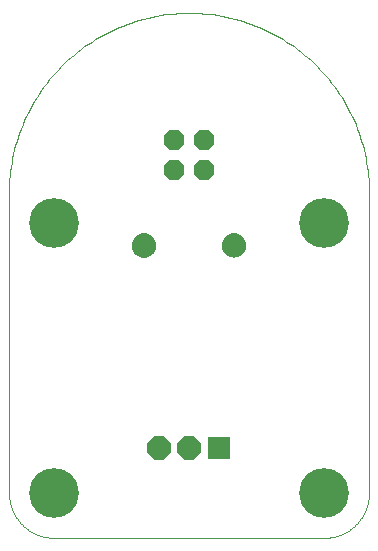
<source format=gbs>
G75*
%MOIN*%
%OFA0B0*%
%FSLAX25Y25*%
%IPPOS*%
%LPD*%
%AMOC8*
5,1,8,0,0,1.08239X$1,22.5*
%
%ADD10OC8,0.06800*%
%ADD11C,0.00500*%
%ADD12C,0.16611*%
%ADD13C,0.00000*%
%ADD14OC8,0.07800*%
%ADD15R,0.07800X0.07800*%
D10*
X0059000Y0124000D03*
X0059000Y0134000D03*
X0069000Y0134000D03*
X0069000Y0124000D03*
D11*
X0077575Y0102485D02*
X0078269Y0102687D01*
X0078990Y0102750D01*
X0079715Y0102688D01*
X0080414Y0102487D01*
X0081060Y0102152D01*
X0081628Y0101698D01*
X0082097Y0101142D01*
X0082448Y0100506D01*
X0082669Y0099813D01*
X0082750Y0099090D01*
X0082700Y0098430D01*
X0082536Y0097789D01*
X0082264Y0097186D01*
X0081891Y0096640D01*
X0081429Y0096166D01*
X0080891Y0095781D01*
X0080295Y0095494D01*
X0079658Y0095315D01*
X0079000Y0095250D01*
X0078342Y0095317D01*
X0077705Y0095497D01*
X0077110Y0095786D01*
X0076573Y0096173D01*
X0076112Y0096648D01*
X0075741Y0097195D01*
X0075470Y0097799D01*
X0075308Y0098440D01*
X0075260Y0099100D01*
X0075338Y0099819D01*
X0075556Y0100509D01*
X0075904Y0101144D01*
X0076369Y0101698D01*
X0076933Y0102151D01*
X0077575Y0102485D01*
X0077027Y0102199D02*
X0080969Y0102199D01*
X0081625Y0101701D02*
X0076373Y0101701D01*
X0075953Y0101202D02*
X0082046Y0101202D01*
X0082339Y0100704D02*
X0075663Y0100704D01*
X0075460Y0100205D02*
X0082544Y0100205D01*
X0082680Y0099707D02*
X0075326Y0099707D01*
X0075272Y0099208D02*
X0082736Y0099208D01*
X0082721Y0098710D02*
X0075288Y0098710D01*
X0075366Y0098211D02*
X0082644Y0098211D01*
X0082502Y0097713D02*
X0075508Y0097713D01*
X0075732Y0097214D02*
X0082277Y0097214D01*
X0081943Y0096716D02*
X0076066Y0096716D01*
X0076530Y0096217D02*
X0081478Y0096217D01*
X0080763Y0095719D02*
X0077248Y0095719D01*
X0078392Y0102698D02*
X0079604Y0102698D01*
X0052639Y0099783D02*
X0052720Y0099060D01*
X0052670Y0098400D01*
X0052506Y0097759D01*
X0052234Y0097156D01*
X0051861Y0096610D01*
X0051399Y0096137D01*
X0050862Y0095751D01*
X0050265Y0095464D01*
X0049628Y0095285D01*
X0048970Y0095220D01*
X0048312Y0095287D01*
X0047675Y0095467D01*
X0047080Y0095756D01*
X0046543Y0096143D01*
X0046082Y0096618D01*
X0045711Y0097165D01*
X0045440Y0097769D01*
X0045278Y0098410D01*
X0045230Y0099070D01*
X0045309Y0099789D01*
X0045526Y0100479D01*
X0045874Y0101114D01*
X0046339Y0101668D01*
X0046903Y0102121D01*
X0047545Y0102455D01*
X0048239Y0102657D01*
X0048960Y0102720D01*
X0049685Y0102658D01*
X0050384Y0102457D01*
X0051030Y0102122D01*
X0051598Y0101669D01*
X0052067Y0101113D01*
X0052418Y0100476D01*
X0052639Y0099783D01*
X0052647Y0099707D02*
X0045300Y0099707D01*
X0045245Y0099208D02*
X0052703Y0099208D01*
X0052693Y0098710D02*
X0045256Y0098710D01*
X0045328Y0098211D02*
X0052622Y0098211D01*
X0052485Y0097713D02*
X0045465Y0097713D01*
X0045689Y0097214D02*
X0052260Y0097214D01*
X0051933Y0096716D02*
X0046016Y0096716D01*
X0046471Y0096217D02*
X0051478Y0096217D01*
X0050795Y0095719D02*
X0047156Y0095719D01*
X0048966Y0095220D02*
X0048975Y0095220D01*
X0052504Y0100205D02*
X0045440Y0100205D01*
X0045649Y0100704D02*
X0052292Y0100704D01*
X0051991Y0101202D02*
X0045948Y0101202D01*
X0046380Y0101701D02*
X0051558Y0101701D01*
X0050881Y0102199D02*
X0047054Y0102199D01*
X0048705Y0102698D02*
X0049222Y0102698D01*
D12*
X0019000Y0106500D03*
X0019000Y0016500D03*
X0109000Y0016500D03*
X0109000Y0106500D03*
D13*
X0004000Y0116500D02*
X0004000Y0016500D01*
X0004004Y0016138D01*
X0004018Y0015775D01*
X0004039Y0015413D01*
X0004070Y0015052D01*
X0004109Y0014692D01*
X0004157Y0014333D01*
X0004214Y0013975D01*
X0004279Y0013618D01*
X0004353Y0013263D01*
X0004436Y0012910D01*
X0004527Y0012559D01*
X0004626Y0012211D01*
X0004734Y0011865D01*
X0004850Y0011521D01*
X0004975Y0011181D01*
X0005107Y0010844D01*
X0005248Y0010510D01*
X0005397Y0010179D01*
X0005554Y0009852D01*
X0005718Y0009529D01*
X0005890Y0009210D01*
X0006070Y0008896D01*
X0006258Y0008585D01*
X0006453Y0008280D01*
X0006655Y0007979D01*
X0006865Y0007683D01*
X0007081Y0007393D01*
X0007305Y0007107D01*
X0007535Y0006827D01*
X0007772Y0006553D01*
X0008016Y0006285D01*
X0008266Y0006022D01*
X0008522Y0005766D01*
X0008785Y0005516D01*
X0009053Y0005272D01*
X0009327Y0005035D01*
X0009607Y0004805D01*
X0009893Y0004581D01*
X0010183Y0004365D01*
X0010479Y0004155D01*
X0010780Y0003953D01*
X0011085Y0003758D01*
X0011396Y0003570D01*
X0011710Y0003390D01*
X0012029Y0003218D01*
X0012352Y0003054D01*
X0012679Y0002897D01*
X0013010Y0002748D01*
X0013344Y0002607D01*
X0013681Y0002475D01*
X0014021Y0002350D01*
X0014365Y0002234D01*
X0014711Y0002126D01*
X0015059Y0002027D01*
X0015410Y0001936D01*
X0015763Y0001853D01*
X0016118Y0001779D01*
X0016475Y0001714D01*
X0016833Y0001657D01*
X0017192Y0001609D01*
X0017552Y0001570D01*
X0017913Y0001539D01*
X0018275Y0001518D01*
X0018638Y0001504D01*
X0019000Y0001500D01*
X0109000Y0001500D01*
X0109362Y0001504D01*
X0109725Y0001518D01*
X0110087Y0001539D01*
X0110448Y0001570D01*
X0110808Y0001609D01*
X0111167Y0001657D01*
X0111525Y0001714D01*
X0111882Y0001779D01*
X0112237Y0001853D01*
X0112590Y0001936D01*
X0112941Y0002027D01*
X0113289Y0002126D01*
X0113635Y0002234D01*
X0113979Y0002350D01*
X0114319Y0002475D01*
X0114656Y0002607D01*
X0114990Y0002748D01*
X0115321Y0002897D01*
X0115648Y0003054D01*
X0115971Y0003218D01*
X0116290Y0003390D01*
X0116604Y0003570D01*
X0116915Y0003758D01*
X0117220Y0003953D01*
X0117521Y0004155D01*
X0117817Y0004365D01*
X0118107Y0004581D01*
X0118393Y0004805D01*
X0118673Y0005035D01*
X0118947Y0005272D01*
X0119215Y0005516D01*
X0119478Y0005766D01*
X0119734Y0006022D01*
X0119984Y0006285D01*
X0120228Y0006553D01*
X0120465Y0006827D01*
X0120695Y0007107D01*
X0120919Y0007393D01*
X0121135Y0007683D01*
X0121345Y0007979D01*
X0121547Y0008280D01*
X0121742Y0008585D01*
X0121930Y0008896D01*
X0122110Y0009210D01*
X0122282Y0009529D01*
X0122446Y0009852D01*
X0122603Y0010179D01*
X0122752Y0010510D01*
X0122893Y0010844D01*
X0123025Y0011181D01*
X0123150Y0011521D01*
X0123266Y0011865D01*
X0123374Y0012211D01*
X0123473Y0012559D01*
X0123564Y0012910D01*
X0123647Y0013263D01*
X0123721Y0013618D01*
X0123786Y0013975D01*
X0123843Y0014333D01*
X0123891Y0014692D01*
X0123930Y0015052D01*
X0123961Y0015413D01*
X0123982Y0015775D01*
X0123996Y0016138D01*
X0124000Y0016500D01*
X0124000Y0116500D01*
X0123982Y0117961D01*
X0123929Y0119421D01*
X0123840Y0120880D01*
X0123716Y0122336D01*
X0123556Y0123788D01*
X0123361Y0125236D01*
X0123130Y0126679D01*
X0122865Y0128116D01*
X0122565Y0129546D01*
X0122230Y0130968D01*
X0121860Y0132382D01*
X0121456Y0133786D01*
X0121018Y0135180D01*
X0120546Y0136563D01*
X0120041Y0137934D01*
X0119502Y0139292D01*
X0118931Y0140637D01*
X0118327Y0141967D01*
X0117691Y0143283D01*
X0117023Y0144582D01*
X0116323Y0145865D01*
X0115592Y0147130D01*
X0114831Y0148378D01*
X0114040Y0149606D01*
X0113219Y0150815D01*
X0112369Y0152003D01*
X0111490Y0153170D01*
X0110583Y0154316D01*
X0109648Y0155439D01*
X0108686Y0156539D01*
X0107698Y0157615D01*
X0106684Y0158667D01*
X0105644Y0159694D01*
X0104580Y0160695D01*
X0103492Y0161671D01*
X0102380Y0162619D01*
X0101246Y0163540D01*
X0100089Y0164433D01*
X0098912Y0165297D01*
X0097713Y0166133D01*
X0096494Y0166939D01*
X0095256Y0167716D01*
X0094000Y0168462D01*
X0092726Y0169177D01*
X0091435Y0169861D01*
X0090127Y0170513D01*
X0088804Y0171133D01*
X0087466Y0171721D01*
X0086115Y0172276D01*
X0084750Y0172798D01*
X0083373Y0173286D01*
X0081984Y0173741D01*
X0080585Y0174162D01*
X0079176Y0174549D01*
X0077758Y0174901D01*
X0076332Y0175219D01*
X0074898Y0175502D01*
X0073458Y0175750D01*
X0072013Y0175963D01*
X0070562Y0176140D01*
X0069108Y0176282D01*
X0067651Y0176389D01*
X0066191Y0176460D01*
X0064731Y0176496D01*
X0063269Y0176496D01*
X0061809Y0176460D01*
X0060349Y0176389D01*
X0058892Y0176282D01*
X0057438Y0176140D01*
X0055987Y0175963D01*
X0054542Y0175750D01*
X0053102Y0175502D01*
X0051668Y0175219D01*
X0050242Y0174901D01*
X0048824Y0174549D01*
X0047415Y0174162D01*
X0046016Y0173741D01*
X0044627Y0173286D01*
X0043250Y0172798D01*
X0041885Y0172276D01*
X0040534Y0171721D01*
X0039196Y0171133D01*
X0037873Y0170513D01*
X0036565Y0169861D01*
X0035274Y0169177D01*
X0034000Y0168462D01*
X0032744Y0167716D01*
X0031506Y0166939D01*
X0030287Y0166133D01*
X0029088Y0165297D01*
X0027911Y0164433D01*
X0026754Y0163540D01*
X0025620Y0162619D01*
X0024508Y0161671D01*
X0023420Y0160695D01*
X0022356Y0159694D01*
X0021316Y0158667D01*
X0020302Y0157615D01*
X0019314Y0156539D01*
X0018352Y0155439D01*
X0017417Y0154316D01*
X0016510Y0153170D01*
X0015631Y0152003D01*
X0014781Y0150815D01*
X0013960Y0149606D01*
X0013169Y0148378D01*
X0012408Y0147130D01*
X0011677Y0145865D01*
X0010977Y0144582D01*
X0010309Y0143283D01*
X0009673Y0141967D01*
X0009069Y0140637D01*
X0008498Y0139292D01*
X0007959Y0137934D01*
X0007454Y0136563D01*
X0006982Y0135180D01*
X0006544Y0133786D01*
X0006140Y0132382D01*
X0005770Y0130968D01*
X0005435Y0129546D01*
X0005135Y0128116D01*
X0004870Y0126679D01*
X0004639Y0125236D01*
X0004444Y0123788D01*
X0004284Y0122336D01*
X0004160Y0120880D01*
X0004071Y0119421D01*
X0004018Y0117961D01*
X0004000Y0116500D01*
D14*
X0054000Y0031500D03*
X0064000Y0031500D03*
D15*
X0074000Y0031500D03*
M02*

</source>
